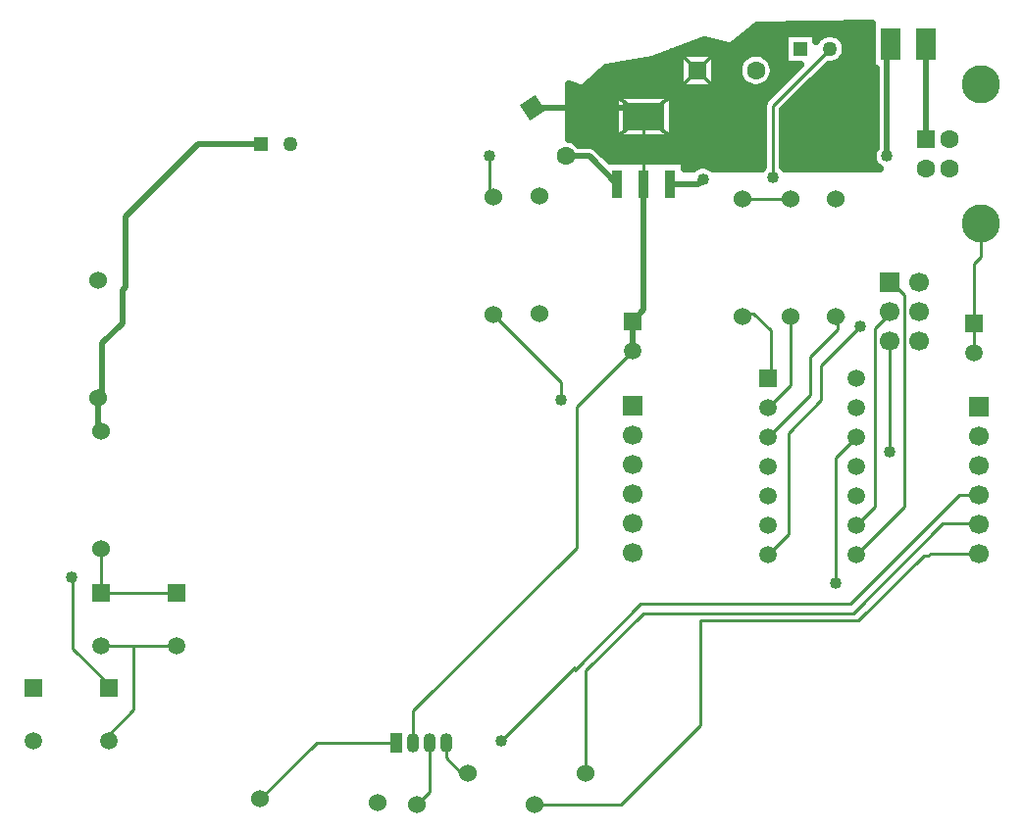
<source format=gbr>
G04 DipTrace 3.3.1.2*
G04 Top.gbr*
%MOIN*%
G04 #@! TF.FileFunction,Copper,L1,Top*
G04 #@! TF.Part,Single*
%AMOUTLINE0*
4,1,4,
-0.008483,-0.043727,
-0.043727,0.008483,
0.008483,0.043727,
0.043727,-0.008483,
-0.008483,-0.043727,
0*%
G04 #@! TA.AperFunction,Conductor*
%ADD13C,0.01*%
%ADD14C,0.02*%
G04 #@! TA.AperFunction,CopperBalancing*
%ADD15C,0.025*%
%ADD16C,0.013*%
G04 #@! TA.AperFunction,ComponentPad*
%ADD17C,0.062992*%
%ADD18R,0.062992X0.062992*%
%ADD19C,0.05*%
%ADD20R,0.05X0.05*%
%ADD21O,0.041339X0.066929*%
%ADD22R,0.041339X0.066929*%
%ADD23R,0.059055X0.059055*%
%ADD24C,0.059055*%
%ADD25R,0.066929X0.066929*%
%ADD26C,0.066929*%
%ADD27C,0.062992*%
%ADD28C,0.129921*%
%ADD29C,0.06*%
%ADD30C,0.06*%
%ADD31R,0.070866X0.106299*%
G04 #@! TA.AperFunction,ComponentPad*
%ADD32C,0.059055*%
%ADD34R,0.037402X0.096457*%
%ADD35R,0.139764X0.09252*%
G04 #@! TA.AperFunction,ViaPad*
%ADD36C,0.04*%
G04 #@! TA.AperFunction,ComponentPad*
%ADD90OUTLINE0*%
%FSLAX26Y26*%
G04*
G70*
G90*
G75*
G01*
G04 Top*
%LPD*%
X3118954Y2111514D2*
D13*
Y1877421D1*
X3043559Y1802026D1*
X3273685Y2110887D2*
X3299642D1*
X3281034Y2092280D1*
Y2068715D1*
X3186416Y1974097D1*
Y1844883D1*
X3043559Y1702026D1*
X3456005Y2027013D2*
Y1652052D1*
X3356026Y2077008D2*
X3224790Y1945772D1*
Y1827034D1*
X3112302Y1714546D1*
Y1370769D1*
X3043559Y1302026D1*
X3759280Y1304381D2*
X3594282D1*
X3589277Y1299375D1*
X3574841D1*
X3352110Y1076644D1*
X2814794D1*
Y722786D1*
X2544186Y452178D1*
X2249934D1*
X3456005Y2227013D2*
X3462244D1*
X3506010Y2183247D1*
Y1464478D1*
X3343559Y1302026D1*
X1034135Y1170126D2*
X778230D1*
X776289Y1320699D2*
Y1168185D1*
X778230Y1170126D1*
X3273562Y1205648D2*
Y1632029D1*
X3343559Y1702026D1*
X802121Y846797D2*
X816496D1*
X681307Y981986D1*
Y1222417D1*
X678201Y1225524D1*
X2424916Y558417D2*
Y907913D1*
X2618907Y1101904D1*
X3334060D1*
X3638773Y1406617D1*
X3757043D1*
X3759280Y1404381D1*
X3456005Y2127013D2*
Y2120743D1*
X3406021Y2070759D1*
Y1464488D1*
X3343559Y1402026D1*
X2339433Y1828043D2*
Y1889454D1*
X2111915Y2116972D1*
X802121Y669631D2*
Y689353D1*
X887458Y774690D1*
Y992961D1*
X1034135D1*
X778230D2*
X1034135D1*
X2583402Y1995776D2*
D14*
Y2095776D1*
X2958630Y2110008D2*
D13*
Y2121937D1*
X2994528D1*
X3053382Y2063083D1*
Y1911849D1*
X3043559Y1902026D1*
X2621175Y2562996D2*
D14*
Y2133549D1*
X2583402Y2095776D1*
X2621175Y2791343D2*
D13*
Y2562996D1*
X2243938Y2822332D2*
D14*
X2590185D1*
D13*
X2621175Y2791343D1*
X1837348Y662407D2*
Y770226D1*
X2392278Y1325156D1*
Y1804652D1*
X2583402Y1995776D1*
X768646Y1835462D2*
D14*
Y1728343D1*
D13*
X776289Y1720699D1*
X3742146Y2089612D2*
Y1989612D1*
X3766891Y2427961D2*
Y2315552D1*
X3743486Y2292147D1*
Y2088272D1*
X3742146Y2089612D1*
X1319734Y2698675D2*
D14*
X1106962D1*
X859214Y2450927D1*
Y2212108D1*
X848820Y2201714D1*
Y2089282D1*
X781739Y2022201D1*
Y1835462D1*
X768646D1*
X2355836Y2656566D2*
X2437054D1*
X2530623Y2562996D1*
X3061731Y2584795D2*
D13*
Y2829025D1*
X3254762Y3022056D1*
X2095894Y2658398D2*
Y2532993D1*
X2111915Y2516972D1*
X2958630Y2510008D2*
X3117448D1*
X3118954Y2511514D1*
X1949848Y662407D2*
Y610503D1*
X2001933Y558417D1*
X2024916D1*
X3581458Y2714181D2*
D14*
Y3035816D1*
D13*
X3579778Y3037496D1*
X2711726Y2562996D2*
D14*
X2806882D1*
X2823121Y2579235D1*
X3447551Y2656769D2*
Y3023379D1*
X3461668Y3037496D1*
X1893598Y662407D2*
D13*
Y495843D1*
X1849934Y452178D1*
X1781098Y662407D2*
X1510220D1*
X1318740Y470927D1*
X3759280Y1504381D2*
X3694052D1*
X3324382Y1134710D1*
X2611604D1*
X2386501Y909608D1*
Y918692D1*
X2135516Y667706D1*
D36*
X3456005Y1652052D3*
X3356026Y2077008D3*
X3273562Y1205648D3*
X678201Y1225524D3*
D3*
X2339433Y1828043D3*
X3061731Y2584795D3*
X2095894Y2658398D3*
X2823121Y2579235D3*
X3447551Y2656769D3*
X2135516Y667706D3*
X2987709Y3084597D2*
D15*
X3395234D1*
X2956310Y3059728D2*
X3098759D1*
X3295236D2*
X3395234D1*
X2784568Y3034860D2*
X2892927D1*
X2924948D2*
X3098759D1*
X3309196D2*
X3395234D1*
X2717608Y3009991D2*
X3098759D1*
X3309374D2*
X3395234D1*
X2649751Y2985122D2*
X2740167D1*
X2865164D2*
X2952638D1*
X3052694D2*
X3098759D1*
X3295954D2*
X3395234D1*
X2513714Y2960253D2*
X2740167D1*
X2865164D2*
X2941335D1*
X3063999D2*
X3143075D1*
X3242845D2*
X3395234D1*
X2471264Y2935385D2*
X2740167D1*
X2865164D2*
X2941621D1*
X3063711D2*
X3118207D1*
X3217978D2*
X3406537D1*
X2443345Y2910516D2*
X2740167D1*
X2865164D2*
X2953714D1*
X3051618D2*
X3093340D1*
X3193109D2*
X3406537D1*
X2369459Y2885647D2*
X2405475D1*
X2415445D2*
X3068471D1*
X3168241D2*
X3406537D1*
X2369567Y2860778D2*
X2520304D1*
X2722058D2*
X3043604D1*
X3143374D2*
X3406537D1*
X2369711Y2835909D2*
X2520304D1*
X2722058D2*
X3026451D1*
X3118507D2*
X3406537D1*
X2369854Y2811041D2*
X2520304D1*
X2722058D2*
X3025734D1*
X3097730D2*
X3406537D1*
X2369962Y2786172D2*
X2520304D1*
X2722058D2*
X3025734D1*
X3097730D2*
X3406537D1*
X2370106Y2761303D2*
X2520304D1*
X2722058D2*
X3025734D1*
X3097730D2*
X3406537D1*
X2370249Y2736434D2*
X2520304D1*
X2722058D2*
X3025734D1*
X3097730D2*
X3406537D1*
X2382306Y2711566D2*
X3025734D1*
X3097730D2*
X3406537D1*
X2463512Y2686697D2*
X3025734D1*
X3097730D2*
X3406537D1*
X2488739Y2661828D2*
X3025734D1*
X3097730D2*
X3396812D1*
X2761423Y2636959D2*
X3025734D1*
X3097730D2*
X3400795D1*
X2367875Y2715295D2*
X2374377Y2713625D1*
X2383075Y2710022D1*
X2391101Y2705104D1*
X2398260Y2698990D1*
X2401833Y2695052D1*
X2440075Y2694946D1*
X2446042Y2694001D1*
X2451787Y2692135D1*
X2457171Y2689392D1*
X2462058Y2685841D1*
X2496756Y2651311D1*
X2508352Y2639714D1*
X2758927Y2639724D1*
Y2614642D1*
X2789987Y2614633D1*
X2794613Y2618472D1*
X2801102Y2622449D1*
X2808134Y2625361D1*
X2815534Y2627138D1*
X2823121Y2627735D1*
X2830707Y2627138D1*
X2838108Y2625361D1*
X2845139Y2622449D1*
X2851629Y2618472D1*
X2856224Y2614630D1*
X3023521Y2614633D1*
X3028234Y2619827D1*
X3028335Y2831654D1*
X3029156Y2836845D1*
X3030781Y2841845D1*
X3033168Y2846529D1*
X3036257Y2850782D1*
X3077017Y2891688D1*
X3153875Y2968545D1*
X3101262Y2968556D1*
Y3075556D1*
X3208262D1*
Y3048535D1*
X3211480Y3053503D1*
X3216932Y3059887D1*
X3223316Y3065339D1*
X3230474Y3069726D1*
X3238230Y3072938D1*
X3246394Y3074898D1*
X3254762Y3075556D1*
X3263131Y3074898D1*
X3271295Y3072938D1*
X3279051Y3069726D1*
X3286209Y3065339D1*
X3292593Y3059887D1*
X3298045Y3053503D1*
X3302432Y3046345D1*
X3305644Y3038589D1*
X3307604Y3030425D1*
X3308262Y3022056D1*
X3307604Y3013688D1*
X3305644Y3005524D1*
X3302432Y2997768D1*
X3298045Y2990610D1*
X3292593Y2984226D1*
X3286209Y2978774D1*
X3279051Y2974387D1*
X3271295Y2971175D1*
X3263131Y2969215D1*
X3254762Y2968556D1*
X3248984Y2968908D1*
X3095226Y2815143D1*
X3095231Y2619856D1*
X3099928Y2614623D1*
X3423558Y2614633D1*
X3419043Y2617531D1*
X3413256Y2622474D1*
X3408314Y2628261D1*
X3404337Y2634751D1*
X3401425Y2641782D1*
X3399648Y2649182D1*
X3399051Y2656769D1*
X3399648Y2664356D1*
X3401425Y2671756D1*
X3404337Y2678787D1*
X3408314Y2685277D1*
X3409060Y2686223D1*
X3409051Y2955864D1*
X3397735Y2955846D1*
Y3108247D1*
X3008052Y3102710D1*
X2919921Y3032966D1*
X2917264Y3031711D1*
X2914387Y3031113D1*
X2911450Y3031202D1*
X2825483Y3051001D1*
X2648916Y2985466D1*
X2492904Y2956907D1*
X2415690Y2888262D1*
X2413066Y2886942D1*
X2410205Y2886272D1*
X2407266Y2886287D1*
X2404412Y2886988D1*
X2366861Y2900840D1*
X2367858Y2715358D1*
X3062475Y2943791D2*
X3061003Y2934493D1*
X3058093Y2925539D1*
X3053819Y2917151D1*
X3048285Y2909534D1*
X3041629Y2902878D1*
X3034012Y2897344D1*
X3025623Y2893070D1*
X3016669Y2890160D1*
X3007371Y2888688D1*
X2997957D1*
X2988659Y2890160D1*
X2979705Y2893070D1*
X2971316Y2897344D1*
X2963699Y2902878D1*
X2957043Y2909534D1*
X2951509Y2917151D1*
X2947235Y2925539D1*
X2944325Y2934493D1*
X2942853Y2943791D1*
Y2953206D1*
X2944325Y2962504D1*
X2947235Y2971458D1*
X2951509Y2979846D1*
X2957043Y2987463D1*
X2963699Y2994119D1*
X2971316Y2999654D1*
X2979705Y3003928D1*
X2988659Y3006837D1*
X2997957Y3008310D1*
X3007371D1*
X3016669Y3006837D1*
X3025623Y3003928D1*
X3034012Y2999654D1*
X3041629Y2994119D1*
X3048285Y2987463D1*
X3053819Y2979846D1*
X3058093Y2971458D1*
X3061003Y2962504D1*
X3062475Y2953206D1*
Y2943791D1*
X2744505Y3008495D2*
X2862660D1*
Y2888503D1*
X2742668D1*
Y3008495D1*
X2744505D1*
X2524630Y2866102D2*
X2719556D1*
Y2716583D1*
X2522793D1*
Y2866102D1*
X2524630D1*
X2742693Y3008470D2*
D16*
X2862635Y2888528D1*
Y3008470D2*
X2742693Y2888528D1*
X2522822Y2866080D2*
X2719528Y2716604D1*
Y2866080D2*
X2522822Y2716604D1*
D17*
X2355836Y2656566D3*
D90*
X2243938Y2822332D3*
D17*
X3002664Y2948499D3*
D18*
X2802664D3*
D19*
X3254762Y3022056D3*
D20*
X3154762D3*
D19*
X1419734Y2698675D3*
D20*
X1319734D3*
D21*
X1949848Y662407D3*
X1837348D3*
D22*
X1781098D3*
D21*
X1893598D3*
D23*
X2583402Y2095776D3*
D24*
Y1995776D3*
D23*
X3742146Y2089612D3*
D24*
Y1989612D3*
D25*
X3759280Y1804381D3*
D26*
Y1704381D3*
Y1604381D3*
Y1504381D3*
Y1404381D3*
Y1304381D3*
D25*
X2582381Y1806908D3*
D26*
Y1706908D3*
Y1606908D3*
Y1506908D3*
Y1406908D3*
Y1306908D3*
D18*
X3581458Y2714181D3*
D27*
Y2615756D3*
X3660198D3*
Y2714181D3*
D28*
X3766891Y2427961D3*
Y2901976D3*
D25*
X3456005Y2227013D3*
D26*
X3556005D3*
X3456005Y2127013D3*
X3556005D3*
X3456005Y2027013D3*
X3556005D3*
D29*
X2268697Y2121283D3*
D30*
Y2521283D3*
D29*
X2111915Y2116972D3*
D30*
Y2516972D3*
D29*
X768646Y2235462D3*
D30*
Y1835462D3*
D29*
X776289Y1720699D3*
D30*
Y1320699D3*
D29*
X2958630Y2110008D3*
D30*
Y2510008D3*
D29*
X3118954Y2511514D3*
D30*
Y2111514D3*
D29*
X3273685Y2510887D3*
D30*
Y2110887D3*
D31*
X3579778Y3037496D3*
X3461668D3*
D29*
X2024916Y558417D3*
D30*
X2424916D3*
D29*
X1849934Y452178D3*
D30*
X2249934D3*
D29*
X1318740Y470927D3*
D30*
X1718525Y457793D3*
D23*
X778230Y1170126D3*
D32*
Y992961D3*
X1034135D3*
D23*
Y1170126D3*
X546215Y846797D3*
D32*
Y669631D3*
X802121D3*
D23*
Y846797D3*
X3043559Y1902026D3*
D24*
Y1802026D3*
Y1702026D3*
Y1602026D3*
Y1502026D3*
Y1402026D3*
Y1302026D3*
X3343559D3*
Y1402026D3*
Y1502026D3*
Y1602026D3*
Y1702026D3*
Y1802026D3*
Y1902026D3*
D34*
X2530623Y2562996D3*
X2621175D3*
X2711726D3*
D35*
X2621175Y2791343D3*
M02*

</source>
